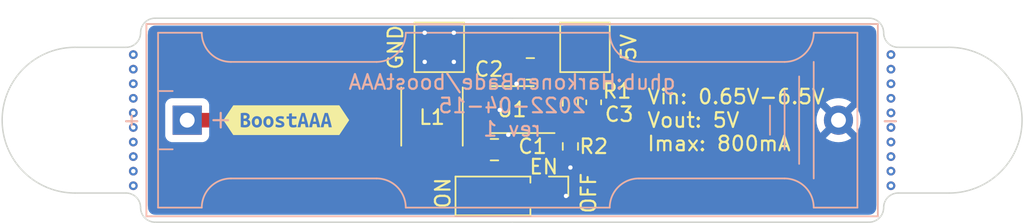
<source format=kicad_pcb>
(kicad_pcb (version 20211014) (generator pcbnew)
  (layers (0 "F.Cu" signal) (31 "B.Cu" signal) (34 "B.Paste" user) (35 "F.Paste" user) (36 "B.SilkS" user "B.Silkscreen") (37 "F.SilkS" user "F.Silkscreen") (38 "B.Mask" user) (39 "F.Mask" user) (44 "Edge.Cuts" user))
  (net 0 "")
  (net 1 "Net-(BT1-Pad1)")
  (net 2 "GND")
  (net 3 "+5V")
  (net 4 "Net-(L1-Pad2)")
  (net 5 "Net-(C3-Pad2)")
  (net 7 "Net-(SW1-Pad2)")
  (footprint "MountingHole:MountingHole_3.2mm_M3" (layer "F.Cu") (at 105 75)
    (fp_text reference "H2" hide)
    (fp_text value "MountingHole")
    (pad "" np_thru_hole circle (at 0 0) (size 3.2 3.2) (drill 3.2) (layers *.Cu *.Mask))
  )
  (footprint "Resistor_SMD:R_0603_1608Metric" (layer "F.Cu") (at 79 73.775 -90)
    (fp_text reference "R1" (at -0.775 -3.2 180) (layer "F.SilkS"))
    (fp_text value "976k")
    (fp_line (start -0.237258 0.5225) (end 0.237258 0.5225) (layer "F.SilkS") (width 0.12))
    (fp_line (start -0.237258 -0.5225) (end 0.237258 -0.5225) (layer "F.SilkS") (width 0.12))
    (pad "1" smd roundrect (at -0.825 0 270) (size 0.8 0.95) (layers "F.Cu" "F.Paste" "F.Mask") (net 3 "+5V"))
    (pad "2" smd roundrect (at 0.825 0 270) (size 0.8 0.95) (layers "F.Cu" "F.Paste" "F.Mask") (net 5 "Net-(C3-Pad2)"))
  )
  (footprint "boostAAA:EN_SW" (layer "F.Cu") (at 77.525 80.2 -90)
    (fp_text reference "SW1" hide)
    (fp_text value "EN" (at -2 0.35) (layer "F.SilkS"))
    (fp_line (start 1.33 1.27) (end 1.33 6.41) (layer "F.SilkS") (width 0.12))
    (fp_line (start -1.33 1.27) (end -0.91 1.27) (layer "F.SilkS") (width 0.12))
    (fp_line (start -1.33 1.27) (end -1.33 6.41) (layer "F.SilkS") (width 0.12))
    (fp_line (start -1.33 6.41) (end 1.33 6.41) (layer "F.SilkS") (width 0.12))
    (fp_line (start -1.33 0) (end -1.33 -1.33) (layer "F.SilkS") (width 0.12))
    (fp_line (start -1.33 -1.33) (end 0 -1.33) (layer "F.SilkS") (width 0.12))
    (fp_line (start 0.91 1.27) (end 1.33 1.27) (layer "F.SilkS") (width 0.12))
    (pad "1" smd rect (at 0 0 270) (size 1.7 1.7) (layers "F.Cu" "F.Mask") (net 2 "GND"))
    (pad "2" smd rect (at 0 2.54 270) (size 1.7 1.7) (layers "F.Cu" "F.Mask") (net 7 "Net-(SW1-Pad2)"))
    (pad "3" smd rect (at 0 5.08 270) (size 1.7 1.7) (layers "F.Cu" "F.Mask") (net 1 "Net-(BT1-Pad1)"))
  )
  (footprint "Capacitor_SMD:C_0603_1608Metric" (layer "F.Cu") (at 80.6 73.775 -90)
    (fp_text reference "C3" (at 0.825 -1.75 180) (layer "F.SilkS"))
    (fp_text value "27p")
    (fp_line (start -0.14058 0.51) (end 0.14058 0.51) (layer "F.SilkS") (width 0.12))
    (fp_line (start -0.14058 -0.51) (end 0.14058 -0.51) (layer "F.SilkS") (width 0.12))
    (pad "1" smd roundrect (at -0.775 0 270) (size 0.9 0.95) (layers "F.Cu" "F.Paste" "F.Mask") (net 3 "+5V"))
    (pad "2" smd roundrect (at 0.775 0 270) (size 0.9 0.95) (layers "F.Cu" "F.Paste" "F.Mask") (net 5 "Net-(C3-Pad2)"))
  )
  (footprint "kibuzzard-6259CC62" (layer "F.Cu") (at 59.5 75)
    (fp_text reference "kibuzzard-6259CC62" hide)
    (fp_text value "G***" hide)
    (fp_poly (pts (xy -3.124994 -1.019836) (xy -2.870994 -0.507206) (xy -2.770188 -0.501452) (xy -2.690019 -0.484188) (xy -2.580481 -0.423863) (xy -2.526506 -0.340519) (xy -2.512219 -0.248444) (xy -2.520752 -0.182563) (xy -2.54635 -0.124619) (xy -2.637631 -0.038894) (xy -2.553692 0.003969) (xy -2.5019 0.059531) (xy -2.475111 0.123031) (xy -2.466181 0.189706) (xy -2.473722 0.271264) (xy -2.345531 0.27305) (xy -2.364581 0.196652) (xy -2.370931 0.111919) (xy -2.364383 0.028377) (xy -2.344738 -0.047625) (xy -2.313384 -0.114697) (xy -2.271713 -0.17145) (xy -2.220317 -0.217091) (xy -2.159794 -0.250825) (xy -2.091928 -0.271661) (xy -2.018506 -0.278606) (xy -1.944092 -0.271661) (xy -1.876425 -0.250825) (xy -1.816497 -0.217091) (xy -1.7653 -0.17145) (xy -1.723827 -0.114697) (xy -1.693069 -0.047625) (xy -1.674019 0.028377) (xy -1.667669 0.111919) (xy -1.674019 0.196652) (xy -1.570831 0.196652) (xy -1.577181 0.111919) (xy -1.570633 0.028377) (xy -1.550988 -0.047625) (xy -1.519634 -0.114697) (xy -1.477963 -0.17145) (xy -1.426567 -0.217091) (xy -1.366044 -0.250825) (xy -1.298178 -0.271661) (xy -1.224756 -0.278606) (xy -1.150342 -0.271661) (xy -1.082675 -0.250825) (xy -1.022747 -0.217091) (xy -0.97155 -0.17145) (xy -0.930077 -0.114697) (xy -0.899319 -0.047625) (xy -0.880269 0.028377) (xy -0.873919 0.111919) (xy -0.880269 0.196652) (xy -0.899319 0.27305) (xy -0.743744 0.442119) (xy -0.713581 0.278606) (xy -0.595313 0.319881) (xy -0.467519 0.338931) (xy -0.357981 0.328613) (xy -0.319881 0.286544) (xy -0.331788 0.251619) (xy -0.365125 0.227013) (xy -0.414338 0.207169) (xy -0.472281 0.188119) (xy -0.559594 0.15875) (xy -0.640556 0.116681) (xy -0.700881 0.052388) (xy -0.724694 -0.045244) (xy -0.706438 -0.134938) (xy -0.649288 -0.20955) (xy -0.550069 -0.26035) (xy -0.483791 -0.274042) (xy -0.405606 -0.278606) (xy -0.335161 -0.275828) (xy -0.269875 -0.267494) (xy -0.161131 -0.235744) (xy -0.191294 -0.070644) (xy -0.275431 -0.096838) (xy -0.404019 -0.115094) (xy -0.504825 -0.096838) (xy -0.531019 -0.057944) (xy -0.519113 -0.026988) (xy -0.487363 -0.002381) (xy -0.441325 0.01905) (xy -0.384969 0.038894) (xy 0.191294 -0.097631) (xy 0.021431 -0.097631) (xy 0.021431 -0.259556) (xy 0.191294 -0.259556) (xy 0.191294 -0.446881) (xy 0.386556 -0.478631) (xy 0.386556 -0.259556) (xy 0.699294 -0.259556) (xy 0.699294 -0.097631) (xy 0.386556 -0.097631) (xy 0.386556 0.203994) (xy 0.394494 0.270669) (xy 0.416719 0.310356) (xy 0.451644 0.329406) (xy 0.497681 0.334169) (xy 0.547688 0.332581) (xy 0.592138 0.327025) (xy 0.636588 0.315119) (xy 0.686594 0.294481) (xy 0.713581 0.462756) (xy 0.5969 0.494506) (xy 0.475456 0.504031) (xy 0.354806 0.492919) (xy 0.265906 0.450056) (xy 0.210344 0.360363) (xy 0.196056 0.293489) (xy 0.191294 0.208756) (xy 0.191294 -0.097631) (xy -0.384969 0.038894) (xy -0.296069 0.070644) (xy -0.212725 0.1143) (xy -0.151606 0.180975) (xy -0.127794 0.280194) (xy -0.145256 0.367506) (xy -0.2032 0.438944) (xy -0.308769 0.486569) (xy -0.381397 0.499666) (xy -0.469106 0.504031) (xy -0.5588 0.498475) (xy -0.634206 0.481806) (xy -0.743744 0.442119) (xy -0.899319 0.27305) (xy -0.929878 0.34032) (xy -0.970756 0.397669) (xy -1.021358 0.444103) (xy -1.081088 0.478631) (xy -1.149152 0.500062) (xy -1.224756 0.507206) (xy -1.300361 0.500062) (xy -1.368425 0.478631) (xy -1.428353 0.444103) (xy -1.47955 0.397669) (xy -1.521023 0.34032) (xy -1.551781 0.27305) (xy -1.570831 0.196652) (xy -1.674019 0.196652) (xy -1.693069 0.27305) (xy -1.723628 0.34032) (xy -1.764506 0.397669) (xy -1.815108 0.444103) (xy -1.874838 0.478631) (xy -1.942902 0.500062) (xy -2.018506 0.507206) (xy -2.094111 0.500062) (xy -2.162175 0.478631) (xy -2.222103 0.444103) (xy -2.2733 0.397669) (xy -2.314773 0.34032) (xy -2.345531 0.27305) (xy -2.473722 0.271264) (xy -2.496344 0.338138) (xy -2.5781 0.433388) (xy -2.634456 0.463947) (xy -2.700338 0.484188) (xy -2.773561 0.495498) (xy -2.851944 0.499269) (xy -2.918222 0.497483) (xy -2.986881 0.492125) (xy -3.056334 0.483195) (xy -3.124994 0.470694) (xy -3.124994 -0.483394) (xy -3.002756 -0.500062) (xy -2.870994 -0.507206) (xy -3.124994 -1.019836) (xy -3.637624 -1.019836) (xy -4.317515 0) (xy -3.637624 1.019836) (xy 1.327944 0.486569) (xy 1.281906 0.259556) (xy 1.019969 0.259556) (xy 0.975519 0.486569) (xy 0.772319 0.486569) (xy 0.800322 0.372428) (xy 0.828453 0.262414) (xy 0.85671 0.156528) (xy 0.885095 0.054769) (xy 0.913606 -0.042863) (xy 0.949027 -0.160784) (xy 0.983853 -0.27563) (xy 1.018084 -0.3874) (xy 1.051719 -0.496094) (xy 1.264444 -0.496094) (xy 1.299319 -0.386507) (xy 1.334095 -0.273645) (xy 1.368772 -0.15751) (xy 1.40335 -0.0381) (xy 1.430814 0.060357) (xy 1.45796 0.162052) (xy 1.484789 0.266986) (xy 1.5113 0.375158) (xy 1.537494 0.486569) (xy 1.327944 0.486569) (xy -3.637624 1.019836) (xy -3.124994 1.019836) (xy 2.121694 0.486569) (xy 2.075656 0.259556) (xy 1.813719 0.259556) (xy 1.769269 0.486569) (xy 1.566069 0.486569) (xy 1.594072 0.372428) (xy 1.622203 0.262414) (xy 1.65046 0.156528) (xy 1.678845 0.054769) (xy 1.707356 -0.042863) (xy 1.742777 -0.160784) (xy 1.777603 -0.27563) (xy 1.811834 -0.3874) (xy 1.845469 -0.496094) (xy 2.058194 -0.496094) (xy 2.093069 -0.386507) (xy 2.127845 -0.273645) (xy 2.162522 -0.15751) (xy 2.1971 -0.0381) (xy 2.224564 0.060357) (xy 2.25171 0.162052) (xy 2.278539 0.266986) (xy 2.30505 0.375158) (xy 2.331244 0.486569) (xy 2.121694 0.486569) (xy -3.124994 1.019836) (xy 3.124994 1.019836) (xy 2.915444 0.486569) (xy 2.869406 0.259556) (xy 2.607469 0.259556) (xy 2.563019 0.486569) (xy 2.359819 0.486569) (xy 2.387822 0.372428) (xy 2.415953 0.262414) (xy 2.44421 0.156528) (xy 2.472595 0.054769) (xy 2.501106 -0.042863) (xy 2.536527 -0.160784) (xy 2.571353 -0.27563) (xy 2.605584 -0.3874) (xy 2.639219 -0.496094) (xy 2.851944 -0.496094) (xy 2.886819 -0.386507) (xy 2.921595 -0.273645) (xy 2.956272 -0.15751) (xy 2.99085 -0.0381) (xy 3.018314 0.060357) (xy 3.04546 0.162052) (xy 3.072289 0.266986) (xy 3.0988 0.375158) (xy 3.124994 0.486569) (xy 2.915444 0.486569) (xy 3.124994 1.019836) (xy 3.637624 1.019836) (xy 4.317515 0) (xy 3.637624 -1.019836) (xy 3.124994 -1.019836) (xy -3.124994 -1.019836)) (layer "F.SilkS") (width 0) (fill solid))
    (fp_poly (pts (xy -2.853531 -0.105569) (xy -2.740819 -0.138113) (xy -2.702719 -0.227806) (xy -2.713831 -0.284163) (xy -2.743994 -0.3175) (xy -2.788444 -0.333375) (xy -2.840831 -0.337344) (xy -2.886869 -0.335756) (xy -2.929731 -0.330994) (xy -2.929731 -0.105569) (xy -2.853531 -0.105569)) (layer "F.SilkS") (width 0) (fill solid))
    (fp_poly (pts (xy -2.172494 0.113506) (xy -2.163564 0.203994) (xy -2.136775 0.275431) (xy -2.090142 0.321866) (xy -2.021681 0.337344) (xy -1.954808 0.321866) (xy -1.906588 0.275431) (xy -1.877417 0.203994) (xy -1.867694 0.113506) (xy -1.876623 0.023217) (xy -1.903413 -0.047625) (xy -1.950045 -0.093464) (xy -2.018506 -0.108744) (xy -2.08538 -0.093464) (xy -2.1336 -0.047625) (xy -2.16277 0.023217) (xy -2.172494 0.113506)) (layer "F.SilkS") (width 0) (fill solid))
    (fp_poly (pts (xy -1.378744 0.113506) (xy -1.369814 0.203994) (xy -1.343025 0.275431) (xy -1.296392 0.321866) (xy -1.227931 0.337344) (xy -1.161058 0.321866) (xy -1.112838 0.275431) (xy -1.083667 0.203994) (xy -1.073944 0.113506) (xy -1.082873 0.023217) (xy -1.109663 -0.047625) (xy -1.156295 -0.093464) (xy -1.224756 -0.108744) (xy -1.29163 -0.093464) (xy -1.33985 -0.047625) (xy -1.36902 0.023217) (xy -1.378744 0.113506)) (layer "F.SilkS") (width 0) (fill solid))
    (fp_poly (pts (xy 1.947069 -0.305594) (xy 1.9177 -0.200025) (xy 1.8923 -0.1016) (xy 1.870075 -0.003969) (xy 1.850231 0.097631) (xy 2.042319 0.097631) (xy 2.023269 -0.003969) (xy 2.001838 -0.1016) (xy 1.976438 -0.200025) (xy 1.947069 -0.305594)) (layer "F.SilkS") (width 0) (fill solid))
    (fp_poly (pts (xy -2.929731 0.056356) (xy -2.929731 0.323056) (xy -2.884488 0.327819) (xy -2.836069 0.329406) (xy -2.770981 0.32385) (xy -2.714625 0.303213) (xy -2.674144 0.26035) (xy -2.658269 0.189706) (xy -2.703513 0.087313) (xy -2.824956 0.056356) (xy -2.929731 0.056356)) (layer "F.SilkS") (width 0) (fill solid))
    (fp_poly (pts (xy 2.740819 -0.305594) (xy 2.71145 -0.200025) (xy 2.68605 -0.1016) (xy 2.663825 -0.003969) (xy 2.643981 0.097631) (xy 2.836069 0.097631) (xy 2.817019 -0.003969) (xy 2.795588 -0.1016) (xy 2.770188 -0.200025) (xy 2.740819 -0.305594)) (layer "F.SilkS") (width 0) (fill solid))
    (fp_poly (pts (xy 1.153319 -0.305594) (xy 1.12395 -0.200025) (xy 1.09855 -0.1016) (xy 1.076325 -0.003969) (xy 1.056481 0.097631) (xy 1.248569 0.097631) (xy 1.229519 -0.003969) (xy 1.208088 -0.1016) (xy 1.182688 -0.200025) (xy 1.153319 -0.305594)) (layer "F.SilkS") (width 0) (fill solid))
  )
  (footprint "TestPoint:TestPoint_Pad_3.0x3.0mm" (layer "F.Cu") (at 70 70)
    (fp_text reference "TP2" hide)
    (fp_text value "GND" (at -3 0 90) (layer "F.SilkS"))
    (fp_line (start -1.7 -1.7) (end 1.7 -1.7) (layer "F.SilkS") (width 0.12))
    (fp_line (start 1.7 1.7) (end -1.7 1.7) (layer "F.SilkS") (width 0.12))
    (fp_line (start 1.7 -1.7) (end 1.7 1.7) (layer "F.SilkS") (width 0.12))
    (fp_line (start -1.7 1.7) (end -1.7 -1.7) (layer "F.SilkS") (width 0.12))
    (pad "1" smd rect (at 0 0) (size 3 3) (layers "F.Cu" "F.Mask") (net 2 "GND"))
  )
  (footprint "Inductor_SMD:L_Vishay_IFSC-1515AH_4x4x1.8mm" (layer "F.Cu") (at 69.5 74.75 90)
    (fp_text reference "L1" (at -0.05 0 180) (layer "F.SilkS"))
    (fp_text value "4u7")
    (fp_line (start 2 2.11) (end -2 2.11) (layer "F.SilkS") (width 0.12))
    (fp_line (start -2 -2.11) (end 2 -2.11) (layer "F.SilkS") (width 0.12))
    (pad "1" smd rect (at -1.475 0 90) (size 1.15 3.6) (layers "F.Cu" "F.Paste" "F.Mask") (net 1 "Net-(BT1-Pad1)"))
    (pad "2" smd rect (at 1.475 0 90) (size 1.15 3.6) (layers "F.Cu" "F.Paste" "F.Mask") (net 4 "Net-(L1-Pad2)"))
  )
  (footprint "Resistor_SMD:R_0603_1608Metric" (layer "F.Cu") (at 79 76.8 -90)
    (fp_text reference "R2" (at 0 -1.6 180) (layer "F.SilkS"))
    (fp_text value "309k")
    (fp_line (start -0.237258 -0.5225) (end 0.237258 -0.5225) (layer "F.SilkS") (width 0.12))
    (fp_line (start -0.237258 0.5225) (end 0.237258 0.5225) (layer "F.SilkS") (width 0.12))
    (pad "1" smd roundrect (at -0.825 0 270) (size 0.8 0.95) (layers "F.Cu" "F.Paste" "F.Mask") (net 5 "Net-(C3-Pad2)"))
    (pad "2" smd roundrect (at 0.825 0 270) (size 0.8 0.95) (layers "F.Cu" "F.Paste" "F.Mask") (net 2 "GND"))
  )
  (footprint "MountingHole:MountingHole_3.2mm_M3" (layer "F.Cu") (at 45 75)
    (fp_text reference "H1" hide)
    (fp_text value "MountingHole")
    (pad "" np_thru_hole circle (at 0 0) (size 3.2 3.2) (drill 3.2) (layers *.Cu *.Mask))
  )
  (footprint "Capacitor_SMD:C_0805_2012Metric" (layer "F.Cu") (at 73.7875 77.025)
    (fp_text reference "C1" (at 2.6125 -0.225 180) (layer "F.SilkS"))
    (fp_text value "10u")
    (fp_line (start -0.261252 -0.735) (end 0.261252 -0.735) (layer "F.SilkS") (width 0.12))
    (fp_line (start -0.261252 0.735) (end 0.261252 0.735) (layer "F.SilkS") (width 0.12))
    (pad "1" smd roundrect (at -0.95 0) (size 1 1.45) (layers "F.Cu" "F.Paste" "F.Mask") (net 1 "Net-(BT1-Pad1)"))
    (pad "2" smd roundrect (at 0.95 0) (size 1 1.45) (layers "F.Cu" "F.Paste" "F.Mask") (net 2 "GND"))
  )
  (footprint "TestPoint:TestPoint_Pad_3.0x3.0mm" (layer "F.Cu") (at 80 70)
    (fp_text reference "TP1" hide)
    (fp_text value "5V" (at 3 0 90) (layer "F.SilkS"))
    (fp_line (start 1.7 -1.7) (end 1.7 1.7) (layer "F.SilkS") (width 0.12))
    (fp_line (start -1.7 -1.7) (end 1.7 -1.7) (layer "F.SilkS") (width 0.12))
    (fp_line (start 1.7 1.7) (end -1.7 1.7) (layer "F.SilkS") (width 0.12))
    (fp_line (start -1.7 1.7) (end -1.7 -1.7) (layer "F.SilkS") (width 0.12))
    (pad "1" smd rect (at 0 0) (size 3 3) (layers "F.Cu" "F.Mask") (net 3 "+5V"))
  )
  (footprint "Package_SO:MSOP-8_3x3mm_P0.65mm" (layer "F.Cu") (at 74.9875 74.275 180)
    (fp_text reference "U1" (at 0 0) (layer "F.SilkS"))
    (fp_text value "MCP1642B-50I/MS")
    (fp_line (start 0 -1.61) (end -2.925 -1.61) (layer "F.SilkS") (width 0.12))
    (fp_line (start 0 -1.61) (end 1.5 -1.61) (layer "F.SilkS") (width 0.12))
    (fp_line (start 0 1.61) (end 1.5 1.61) (layer "F.SilkS") (width 0.12))
    (fp_line (start 0 1.61) (end -1.5 1.61) (layer "F.SilkS") (width 0.12))
    (pad "1" smd roundrect (at -2.1125 -0.975 180) (size 1.625 0.4) (layers "F.Cu" "F.Paste" "F.Mask") (net 7 "Net-(SW1-Pad2)"))
    (pad "2" smd roundrect (at -2.1125 -0.325 180) (size 1.625 0.4) (layers "F.Cu" "F.Paste" "F.Mask") (net 5 "Net-(C3-Pad2)"))
    (pad "3" smd roundrect (at -2.1125 0.325 180) (size 1.625 0.4) (layers "F.Cu" "F.Paste" "F.Mask"))
    (pad "4" smd roundrect (at -2.1125 0.975 180) (size 1.625 0.4) (layers "F.Cu" "F.Paste" "F.Mask") (net 3 "+5V"))
    (pad "5" smd roundrect (at 2.1125 0.975 180) (size 1.625 0.4) (layers "F.Cu" "F.Paste" "F.Mask") (net 4 "Net-(L1-Pad2)"))
    (pad "6" smd roundrect (at 2.1125 0.325 180) (size 1.625 0.4) (layers "F.Cu" "F.Paste" "F.Mask") (net 2 "GND"))
    (pad "7" smd roundrect (at 2.1125 -0.325 180) (size 1.625 0.4) (layers "F.Cu" "F.Paste" "F.Mask") (net 2 "GND"))
    (pad "8" smd roundrect (at 2.1125 -0.975 180) (size 1.625 0.4) (layers "F.Cu" "F.Paste" "F.Mask") (net 1 "Net-(BT1-Pad1)"))
  )
  (footprint "Capacitor_SMD:C_0805_2012Metric" (layer "F.Cu") (at 76.25 71.475 180)
    (fp_text reference "C2" (at 2.8375 -0.025) (layer "F.SilkS"))
    (fp_text value "10u")
    (fp_line (start -0.261252 -0.735) (end 0.261252 -0.735) (layer "F.SilkS") (width 0.12))
    (fp_line (start -0.261252 0.735) (end 0.261252 0.735) (layer "F.SilkS") (width 0.12))
    (pad "1" smd roundrect (at -0.95 0 180) (size 1 1.45) (layers "F.Cu" "F.Paste" "F.Mask") (net 3 "+5V"))
    (pad "2" smd roundrect (at 0.95 0 180) (size 1 1.45) (layers "F.Cu" "F.Paste" "F.Mask") (net 2 "GND"))
  )
  (footprint "Battery:BatteryHolder_Keystone_2466_1xAAA" (layer "B.Cu") (at 52.7 75)
    (fp_text reference "BT1" hide)
    (fp_text value "BAT")
    (fp_text user "-" (at 48.26 0) (layer "B.SilkS") (effects (justify mirror)))
    (fp_text user "+" (at -3.81 0) (layer "B.SilkS") (effects (justify mirror)))
    (fp_line (start 42 -3) (end 42 3) (layer "B.SilkS") (width 0.12))
    (fp_line (start 29 6) (end 15 6) (layer "B.SilkS") (width 0.12))
    (fp_line (start -2 -6) (end 1 -6) (layer "B.SilkS") (width 0.12))
    (fp_line (start 43 4) (end 43 -4) (layer "B.SilkS") (width 0.12))
    (fp_line (start -1 -2) (end -2 -2) (layer "B.SilkS") (width 0.12))
    (fp_line (start 41 -4) (end 31 -4) (layer "B.SilkS") (width 0.12))
    (fp_line (start 46 6) (end 46 -6) (layer "B.SilkS") (width 0.12))
    (fp_line (start 46 -6) (end 43 -6) (layer "B.SilkS") (width 0.12))
    (fp_line (start 3 4) (end 13 4) (layer "B.SilkS") (width 0.12))
    (fp_line (start -2.8 -6.6) (end 47.4 -6.6) (layer "B.SilkS") (width 0.12))
    (fp_line (start 47.4 -6.6) (end 47.4 6.6) (layer "B.SilkS") (width 0.12))
    (fp_line (start -2 6) (end -2 -6) (layer "B.SilkS") (width 0.12))
    (fp_line (start 47.4 6.6) (end -2.8 6.6) (layer "B.SilkS") (width 0.12))
    (fp_line (start 41 2) (end 41 -2) (layer "B.SilkS") (width 0.12))
    (fp_line (start 3 -4) (end 13 -4) (layer "B.SilkS") (width 0.12))
    (fp_line (start 46 6) (end 43 6) (layer "B.SilkS") (width 0.12))
    (fp_line (start -2.8 6.6) (end -2.8 -6.6) (layer "B.SilkS") (width 0.12))
    (fp_line (start 41 4) (end 31 4) (layer "B.SilkS") (width 0.12))
    (fp_line (start 15 -6) (end 29 -6) (layer "B.SilkS") (width 0.12))
    (fp_line (start -2 6) (end 1 6) (layer "B.SilkS") (width 0.12))
    (fp_line (start 40 1) (end 40 -1) (layer "B.SilkS") (width 0.12))
    (fp_line (start -2 2) (end -1 2) (layer "B.SilkS") (width 0.12))
    (fp_arc (start 1 6) (mid 1.585786 4.585786) (end 3 4) (layer "B.SilkS") (width 0.12))
    (fp_arc (start 29 6) (mid 29.585786 4.585786) (end 31 4) (layer "B.SilkS") (width 0.12))
    (fp_arc (start 15 -6) (mid 14.414214 -4.585786) (end 13 -4) (layer "B.SilkS") (width 0.12))
    (fp_arc (start 41 4) (mid 42.414214 4.585786) (end 43 6) (layer "B.SilkS") (width 0.12))
    (fp_arc (start 13 4) (mid 14.414214 4.585786) (end 15 6) (layer "B.SilkS") (width 0.12))
    (fp_arc (start 43 -6) (mid 42.414214 -4.585786) (end 41 -4) (layer "B.SilkS") (width 0.12))
    (fp_arc (start 3 -4) (mid 1.585786 -4.585786) (end 1 -6) (layer "B.SilkS") (width 0.12))
    (fp_arc (start 31 -4) (mid 29.585786 -4.585786) (end 29 -6) (layer "B.SilkS") (width 0.12))
    (pad "1" thru_hole rect (at 0 0) (size 2 2) (drill 1.02) (layers *.Cu *.Mask) (net 1 "Net-(BT1-Pad1)"))
    (pad "2" thru_hole circle (at 44.7 0) (size 2 2) (drill 1.02) (layers *.Cu *.Mask) (net 2 "GND"))
  )
  (gr_line (start 54.5 75) (end 55.5 75) (layer "B.SilkS") (width 0.15))
  (gr_line (start 55 74.5) (end 55 75.5) (layer "B.SilkS") (width 0.15))
  (gr_line (start 105 80) (end 101.5 80) (layer "Edge.Cuts") (width 0.1))
  (gr_line (start 45 70) (end 48.5 70) (layer "Edge.Cuts") (width 0.1))
  (gr_line (start 75 68) (end 99.5 68) (layer "Edge.Cuts") (width 0.1))
  (gr_line (start 101.5 70) (end 105 70) (layer "Edge.Cuts") (width 0.1))
  (gr_arc (start 49.5 69) (mid 49.207107 69.707107) (end 48.5 70) (layer "Edge.Cuts") (width 0.1))
  (gr_line (start 75 82) (end 50.5 82) (layer "Edge.Cuts") (width 0.1))
  (gr_arc (start 101.5 70) (mid 100.792893 69.707107) (end 100.5 69) (layer "Edge.Cuts") (width 0.1))
  (gr_arc (start 100.5 81) (mid 100.792893 80.292893) (end 101.5 80) (layer "Edge.Cuts") (width 0.1))
  (gr_line (start 48.5 80) (end 45 80) (layer "Edge.Cuts") (width 0.1))
  (gr_arc (start 50.5 82) (mid 49.792893 81.707107) (end 49.5 81) (layer "Edge.Cuts") (width 0.1))
  (gr_line (start 50.5 68) (end 75 68) (layer "Edge.Cuts") (width 0.1))
  (gr_arc (start 105 70) (mid 110 75) (end 105 80) (layer "Edge.Cuts") (width 0.1))
  (gr_arc (start 48.5 80) (mid 49.207107 80.292893) (end 49.5 81) (layer "Edge.Cuts") (width 0.1))
  (gr_arc (start 99.5 68) (mid 100.207107 68.292893) (end 100.5 69) (layer "Edge.Cuts") (width 0.1))
  (gr_arc (start 100.5 81) (mid 100.207107 81.707107) (end 99.5 82) (layer "Edge.Cuts") (width 0.1))
  (gr_line (start 99.5 82) (end 75 82) (layer "Edge.Cuts") (width 0.1))
  (gr_arc (start 45 80) (mid 40 75) (end 45 70) (layer "Edge.Cuts") (width 0.1))
  (gr_arc (start 49.5 69) (mid 49.792893 68.292893) (end 50.5 68) (layer "Edge.Cuts") (width 0.1))
  (gr_text "ghub:HarkonenBade/boostAAA\n2022-04-15\nrev 1" (at 75 74) (layer "B.SilkS") (effects (font (size 1 1)) (justify mirror)))
  (gr_text "Vin: 0.65V-6.5V\nVout: 5V\nImax: 800mA" (at 84.2 75) (layer "F.SilkS") (effects (font (size 1 1)) (justify left)))
  (gr_text "ON" (at 70.25 80 90) (layer "F.SilkS") (effects (font (size 1 1))))
  (gr_text "OFF" (at 80.25 80 90) (layer "F.SilkS") (effects (font (size 1 1))))
  (via (at 101 79.5) (size 0.6) (drill 0.3) (layers "F.Cu" "B.Cu") (net 0))
  (via (at 49 70.5) (size 0.6) (drill 0.3) (layers "F.Cu" "B.Cu") (net 0))
  (via (at 49 71.5) (size 0.6) (drill 0.3) (layers "F.Cu" "B.Cu") (net 0))
  (via (at 101 74.5) (size 0.6) (drill 0.3) (layers "F.Cu" "B.Cu") (net 0))
  (via (at 49 75.5) (size 0.6) (drill 0.3) (layers "F.Cu" "B.Cu") (net 0))
  (via (at 101 73.5) (size 0.6) (drill 0.3) (layers "F.Cu" "B.Cu") (net 0))
  (via (at 49 72.5) (size 0.6) (drill 0.3) (layers "F.Cu" "B.Cu") (net 0))
  (via (at 49 78.5) (size 0.6) (drill 0.3) (layers "F.Cu" "B.Cu") (net 0))
  (via (at 101 76.5) (size 0.6) (drill 0.3) (layers "F.Cu" "B.Cu") (net 0))
  (via (at 49 73.5) (size 0.6) (drill 0.3) (layers "F.Cu" "B.Cu") (net 0))
  (via (at 101 72.5) (size 0.6) (drill 0.3) (layers "F.Cu" "B.Cu") (net 0))
  (via (at 49 79.5) (size 0.6) (drill 0.3) (layers "F.Cu" "B.Cu") (net 0))
  (via (at 49 74.5) (size 0.6) (drill 0.3) (layers "F.Cu" "B.Cu") (net 0))
  (via (at 101 78.5) (size 0.6) (drill 0.3) (layers "F.Cu" "B.Cu") (net 0))
  (via (at 49 77.5) (size 0.6) (drill 0.3) (layers "F.Cu" "B.Cu") (net 0))
  (via (at 101 77.5) (size 0.6) (drill 0.3) (layers "F.Cu" "B.Cu") (net 0))
  (via (at 101 75.5) (size 0.6) (drill 0.3) (layers "F.Cu" "B.Cu") (net 0))
  (via (at 101 71.5) (size 0.6) (drill 0.3) (layers "F.Cu" "B.Cu") (net 0))
  (via (at 101 70.5) (size 0.6) (drill 0.3) (layers "F.Cu" "B.Cu") (net 0))
  (via (at 49 76.5) (size 0.6) (drill 0.3) (layers "F.Cu" "B.Cu") (net 0))
  (segment (start 66.775 78.775) (end 66.775 76.225) (width 0.25) (layer "F.Cu") (net 1))
  (segment (start 65.5 75) (end 52.7 75) (width 1) (layer "F.Cu") (net 1))
  (segment (start 66.775 76.225) (end 66.725 76.225) (width 1) (layer "F.Cu") (net 1))
  (segment (start 72.47 80) (end 68 80) (width 0.25) (layer "F.Cu") (net 1))
  (segment (start 68 80) (end 66.775 78.775) (width 0.25) (layer "F.Cu") (net 1))
  (segment (start 69.5 76.225) (end 66.775 76.225) (width 1) (layer "F.Cu") (net 1))
  (segment (start 66.725 76.225) (end 65.5 75) (width 1) (layer "F.Cu") (net 1))
  (segment (start 79 77.55) (end 79 78.25) (width 0.5) (layer "F.Cu") (net 2))
  (segment (start 78.7 80.2) (end 77.525 80.2) (width 0.5) (layer "F.Cu") (net 2))
  (via (at 71 69) (size 0.6) (drill 0.3) (layers "F.Cu" "B.Cu") (net 2))
  (via (at 71 71) (size 0.6) (drill 0.3) (layers "F.Cu" "B.Cu") (net 2))
  (via (at 78.7 80.2) (size 0.6) (drill 0.3) (layers "F.Cu" "B.Cu") (net 2))
  (via (at 69 69) (size 0.6) (drill 0.3) (layers "F.Cu" "B.Cu") (net 2))
  (via (at 74.7375 76) (size 0.6) (drill 0.3) (layers "F.Cu" "B.Cu") (net 2))
  (via (at 75.3 72.5) (size 0.6) (drill 0.3) (layers "F.Cu" "B.Cu") (net 2))
  (via (at 79 78.25) (size 0.6) (drill 0.3) (layers "F.Cu" "B.Cu") (net 2))
  (via (at 74.15 74.3) (size 0.6) (drill 0.3) (layers "F.Cu" "B.Cu") (net 2))
  (via (at 69 71) (size 0.6) (drill 0.3) (layers "F.Cu" "B.Cu") (net 2))
  (segment (start 77.1 74.6) (end 79 74.6) (width 0.25) (layer "F.Cu") (net 5))
  (segment (start 79 74.6) (end 80.55 74.6) (width 0.5) (layer "F.Cu") (net 5))
  (segment (start 80.55 74.6) (end 80.6 74.55) (width 0.5) (layer "F.Cu") (net 5))
  (segment (start 79 74.6) (end 79 75.975) (width 0.5) (layer "F.Cu") (net 5))
  (segment (start 77.1 76.65) (end 74.985 78.765) (width 0.25) (layer "F.Cu") (net 7))
  (segment (start 77.1 75.25) (end 77.1 76.65) (width 0.25) (layer "F.Cu") (net 7))
  (segment (start 74.985 78.765) (end 74.985 80.2) (width 0.25) (layer "F.Cu") (net 7))
  (zone (net 3) (net_name "+5V") (layer "F.Cu") (connect_pads yes (clearance 0.2)) (min_thickness 0.254) (fill yes (thermal_gap 0.508) (thermal_bridge_width 0.508))
    (polygon (pts (xy 78.5 68.5) (xy 81.5 68.5) (xy 81.5 71.5) (xy 81.1 72.55) (xy 81.1 73.45) (xy 78.5 73.45) (xy 77.9125 73.5) (xy 77.1 73.5) (xy 76.2875 73.5) (xy 76.2875 73.1) (xy 76.6875 72.2) (xy 76.6875 70.75) (xy 77.7 70.75)))
  )
  (zone (net 1) (net_name "Net-(BT1-Pad1)") (layer "F.Cu") (connect_pads yes (clearance 0.2)) (min_thickness 0.254) (fill yes (thermal_gap 0.508) (thermal_bridge_width 0.508))
    (polygon (pts (xy 73.6875 75.45) (xy 73.3375 76.3) (xy 73.3375 77.75) (xy 72.3375 77.75) (xy 71.25 76.825) (xy 67.6875 76.825) (xy 67.6875 75.675) (xy 71.25 75.675) (xy 72.0625 75.05) (xy 73.6875 75.05)))
  )
  (zone (net 4) (net_name "Net-(L1-Pad2)") (layer "F.Cu") (connect_pads yes (clearance 0.2)) (min_thickness 0.254) (fill yes (thermal_gap 0.508) (thermal_bridge_width 0.508))
    (polygon (pts (xy 73.6875 73.1) (xy 73.6875 73.5) (xy 72.0625 73.5) (xy 71.25 73.875) (xy 67.6875 73.875) (xy 67.6875 72.725) (xy 71.25 72.75)))
  )
  (zone (net 2) (net_name "GND") (layer "F.Cu") (connect_pads yes (clearance 0.2)) (min_thickness 0.254) (fill yes (thermal_gap 0.508) (thermal_bridge_width 0.508))
    (polygon (pts (xy 75.7875 72.2) (xy 76.0875 72.725) (xy 76.0875 75.825) (xy 75.2375 76.3) (xy 75.2375 77.75) (xy 74.2375 77.75) (xy 74.2375 76.3) (xy 73.8875 75.825) (xy 73.8875 74.8) (xy 72.0625 74.8) (xy 72.0625 73.75) (xy 73.8875 73.75) (xy 73.8875 72.725) (xy 74.8 72.175) (xy 74.8 70.75) (xy 75.7875 70.75)))
  )
  (zone (net 2) (net_name "GND") (layer "B.Cu") (connect_pads (clearance 0.508)) (min_thickness 0.254) (fill yes (thermal_gap 0.508) (thermal_bridge_width 0.508))
    (polygon (pts (xy 100 81.5) (xy 50 81.5) (xy 50 68.5) (xy 100 68.5)))
  )
)
</source>
